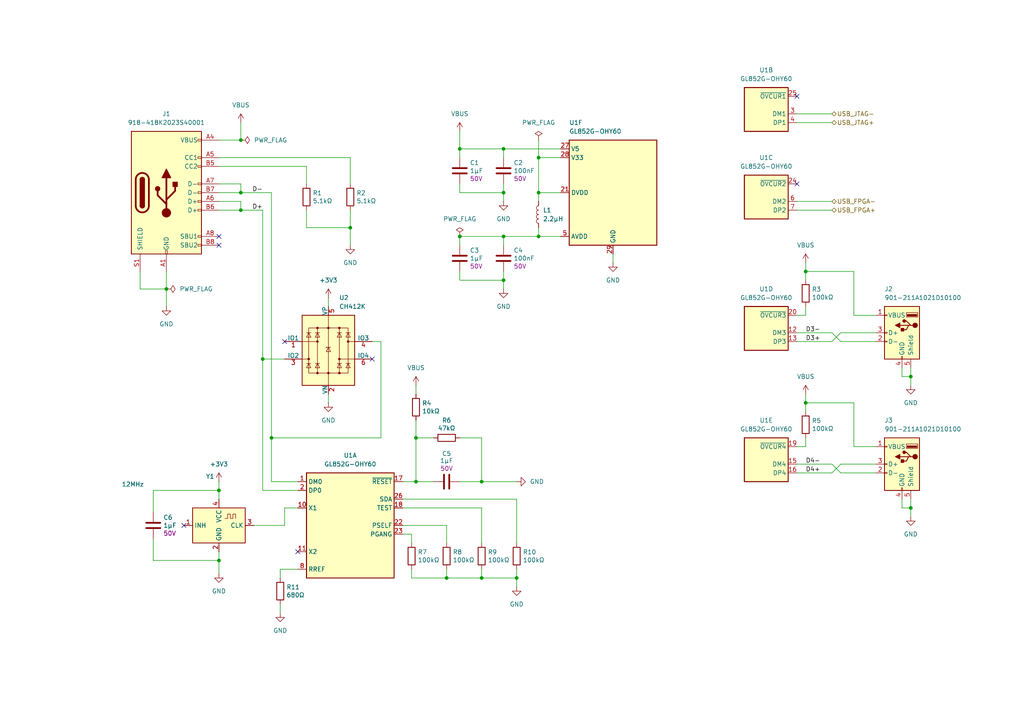
<source format=kicad_sch>
(kicad_sch (version 20250114) (generator "eeschema") (generator_version "9.0")
  (paper "A4")
  (lib_symbols
    (symbol "Connector:USB_A" (pin_names (offset 1.016))
      (property "Reference" "J" (at -5.08 11.43 0))
      (property "Value" "USB_A" (at -5.08 8.89 0))
      (symbol "USB_A_0_1"
        (rectangle (start -5.08 -7.62) (end 5.08 7.62) (stroke (width 0.254)) (fill (type background)))
        (circle (center -3.81 2.159) (radius 0.635) (stroke (width 0.254)) (fill (type outline)))
        (polyline (pts (xy -3.175 2.159) (xy -2.54 2.159) (xy -1.27 3.429) (xy -0.635 3.429)) (stroke (width 0.254)))
        (polyline (pts (xy -2.54 2.159) (xy -1.905 2.159) (xy -1.27 0.889) (xy 0 0.889)) (stroke (width 0.254)))
        (rectangle (start -1.524 4.826) (end -4.318 5.334) (fill (type outline)))
        (rectangle (start -1.27 4.572) (end -4.572 5.842))
        (circle (center -0.635 3.429) (radius 0.381) (stroke (width 0.254)) (fill (type outline)))
        (rectangle (start -0.127 -7.62) (end 0.127 -6.858))
        (rectangle (start 0.254 1.27) (end -0.508 0.508) (stroke (width 0.254)) (fill (type outline)))
        (polyline (pts (xy 0.635 2.794) (xy 0.635 1.524) (xy 1.905 2.159) (xy 0.635 2.794)) (stroke (width 0.254)) (fill (type outline)))
        (rectangle (start 5.08 4.953) (end 4.318 5.207))
        (rectangle (start 5.08 -0.127) (end 4.318 0.127))
        (rectangle (start 5.08 -2.667) (end 4.318 -2.413))
      )
      (symbol "USB_A_1_1"
        (polyline (pts (xy -1.905 2.159) (xy 0.635 2.159)) (stroke (width 0.254)))
        (pin passive line (at -2.54 -10.16 90) (length 2.54) (name "Shield") (number "5"))
        (pin power_in line (at 0 -10.16 90) (length 2.54) (name "GND") (number "4"))
        (pin power_in line (at 7.62 5.08 180) (length 2.54) (name "VBUS") (number "1"))
        (pin bidirectional line (at 7.62 0 180) (length 2.54) (name "D+") (number "3"))
        (pin bidirectional line (at 7.62 -2.54 180) (length 2.54) (name "D-") (number "2"))
      )
    )
    (symbol "Connector:USB_C_Receptacle_USB2.0_16P" (pin_names (offset 1.016))
      (property "Reference" "J" (at 0 22.225 0))
      (property "Value" "USB_C_Receptacle_USB2.0_16P" (at 0 19.685 0))
      (symbol "USB_C_Receptacle_USB2.0_16P_0_0"
        (rectangle (start -0.254 -17.78) (end 0.254 -16.764))
        (rectangle (start 10.16 15.494) (end 9.144 14.986))
        (rectangle (start 10.16 10.414) (end 9.144 9.906))
        (rectangle (start 10.16 7.874) (end 9.144 7.366))
        (rectangle (start 10.16 2.794) (end 9.144 2.286))
        (rectangle (start 10.16 0.254) (end 9.144 -0.254))
        (rectangle (start 10.16 -2.286) (end 9.144 -2.794))
        (rectangle (start 10.16 -4.826) (end 9.144 -5.334))
        (rectangle (start 10.16 -12.446) (end 9.144 -12.954))
        (rectangle (start 10.16 -14.986) (end 9.144 -15.494))
      )
      (symbol "USB_C_Receptacle_USB2.0_16P_0_1"
        (rectangle (start -10.16 17.78) (end 10.16 -17.78) (stroke (width 0.254)) (fill (type background)))
        (polyline (pts (xy -8.89 -3.81) (xy -8.89 3.81)) (stroke (width 0.508)))
        (rectangle (start -7.62 -3.81) (end -6.35 3.81) (stroke (width 0.254)) (fill (type outline)))
        (arc (start -7.62 3.81) (mid -6.985 4.4423) (end -6.35 3.81) (stroke (width 0.254)))
        (arc (start -7.62 3.81) (mid -6.985 4.4423) (end -6.35 3.81) (stroke (width 0.254)) (fill (type outline)))
        (arc (start -8.89 3.81) (mid -6.985 5.7067) (end -5.08 3.81) (stroke (width 0.508)))
        (arc (start -5.08 -3.81) (mid -6.985 -5.7067) (end -8.89 -3.81) (stroke (width 0.508)))
        (arc (start -6.35 -3.81) (mid -6.985 -4.4423) (end -7.62 -3.81) (stroke (width 0.254)))
        (arc (start -6.35 -3.81) (mid -6.985 -4.4423) (end -7.62 -3.81) (stroke (width 0.254)) (fill (type outline)))
        (polyline (pts (xy -5.08 3.81) (xy -5.08 -3.81)) (stroke (width 0.508)))
        (circle (center -2.54 1.143) (radius 0.635) (stroke (width 0.254)) (fill (type outline)))
        (polyline (pts (xy -1.27 4.318) (xy 0 6.858) (xy 1.27 4.318) (xy -1.27 4.318)) (stroke (width 0.254)) (fill (type outline)))
        (polyline (pts (xy 0 -2.032) (xy 2.54 0.508) (xy 2.54 1.778)) (stroke (width 0.508)))
        (polyline (pts (xy 0 -3.302) (xy -2.54 -0.762) (xy -2.54 0.508)) (stroke (width 0.508)))
        (polyline (pts (xy 0 -5.842) (xy 0 4.318)) (stroke (width 0.508)))
        (circle (center 0 -5.842) (radius 1.27) (fill (type outline)))
        (rectangle (start 1.905 1.778) (end 3.175 3.048) (stroke (width 0.254)) (fill (type outline)))
      )
      (symbol "USB_C_Receptacle_USB2.0_16P_1_1"
        (pin passive line (at -7.62 -22.86 90) (length 5.08) (name "SHIELD") (number "S1"))
        (pin passive line (at 0 -22.86 90) (length 5.08) (name "GND") (number "A1"))
        (pin passive line (at 0 -22.86 90) (length 5.08) (hide yes) (name "GND") (number "A12"))
        (pin passive line (at 0 -22.86 90) (length 5.08) (hide yes) (name "GND") (number "B1"))
        (pin passive line (at 0 -22.86 90) (length 5.08) (hide yes) (name "GND") (number "B12"))
        (pin passive line (at 15.24 15.24 180) (length 5.08) (name "VBUS") (number "A4"))
        (pin passive line (at 15.24 15.24 180) (length 5.08) (hide yes) (name "VBUS") (number "A9"))
        (pin passive line (at 15.24 15.24 180) (length 5.08) (hide yes) (name "VBUS") (number "B4"))
        (pin passive line (at 15.24 15.24 180) (length 5.08) (hide yes) (name "VBUS") (number "B9"))
        (pin bidirectional line (at 15.24 10.16 180) (length 5.08) (name "CC1") (number "A5"))
        (pin bidirectional line (at 15.24 7.62 180) (length 5.08) (name "CC2") (number "B5"))
        (pin bidirectional line (at 15.24 2.54 180) (length 5.08) (name "D-") (number "A7"))
        (pin bidirectional line (at 15.24 0 180) (length 5.08) (name "D-") (number "B7"))
        (pin bidirectional line (at 15.24 -2.54 180) (length 5.08) (name "D+") (number "A6"))
        (pin bidirectional line (at 15.24 -5.08 180) (length 5.08) (name "D+") (number "B6"))
        (pin bidirectional line (at 15.24 -12.7 180) (length 5.08) (name "SBU1") (number "A8"))
        (pin bidirectional line (at 15.24 -15.24 180) (length 5.08) (name "SBU2") (number "B8"))
      )
    )
    (symbol "Device:C" (pin_numbers (hide yes)) (pin_names (offset 0.254))
      (property "Reference" "C" (at 0.635 2.54 0))
      (property "Value" "C" (at 0.635 -2.54 0))
      (symbol "C_0_1"
        (polyline (pts (xy -2.032 0.762) (xy 2.032 0.762)) (stroke (width 0.508)))
        (polyline (pts (xy -2.032 -0.762) (xy 2.032 -0.762)) (stroke (width 0.508)))
      )
      (symbol "C_1_1"
        (pin passive line (at 0 3.81 270) (length 2.794) (name "~") (number "1"))
        (pin passive line (at 0 -3.81 90) (length 2.794) (name "~") (number "2"))
      )
    )
    (symbol "Device:L" (pin_numbers (hide yes)) (pin_names (offset 1.016) (hide yes))
      (property "Reference" "L" (at -1.27 0 90))
      (property "Value" "L" (at 1.905 0 90))
      (symbol "L_0_1"
        (arc (start 0 2.54) (mid 0.6323 1.905) (end 0 1.27))
        (arc (start 0 1.27) (mid 0.6323 0.635) (end 0 0))
        (arc (start 0 0) (mid 0.6323 -0.635) (end 0 -1.27))
        (arc (start 0 -1.27) (mid 0.6323 -1.905) (end 0 -2.54))
      )
      (symbol "L_1_1"
        (pin passive line (at 0 3.81 270) (length 1.27) (name "1") (number "1"))
        (pin passive line (at 0 -3.81 90) (length 1.27) (name "2") (number "2"))
      )
    )
    (symbol "Device:R" (pin_numbers (hide yes)) (pin_names (offset 0))
      (property "Reference" "R" (at 2.032 0 90))
      (property "Value" "R" (at 0 0 90))
      (symbol "R_0_1"
        (rectangle (start -1.016 -2.54) (end 1.016 2.54) (stroke (width 0.254)))
      )
      (symbol "R_1_1"
        (pin passive line (at 0 3.81 270) (length 1.27) (name "~") (number "1"))
        (pin passive line (at 0 -3.81 90) (length 1.27) (name "~") (number "2"))
      )
    )
    (symbol "Oscillator:KC2520Z"
      (property "Reference" "Y" (at 2.54 12.7 0))
      (property "Value" "KC2520Z" (at 6.35 10.16 0))
      (symbol "KC2520Z_0_1"
        (rectangle (start -7.62 5.08) (end 7.62 -5.08) (stroke (width 0.254)) (fill (type background)))
      )
      (symbol "KC2520Z_1_1"
        (polyline (pts (xy 1.778 2.032) (xy 2.54 2.032) (xy 2.54 3.302) (xy 3.302 3.302) (xy 3.302 2.032) (xy 4.064 2.032) (xy 4.064 3.302) (xy 4.826 3.302) (xy 4.826 2.032)))
        (pin input line (at -10.16 0 0) (length 2.54) (name "INH") (number "1"))
        (pin power_in line (at 0 7.62 270) (length 2.54) (name "VCC") (number "4"))
        (pin power_in line (at 0 -7.62 90) (length 2.54) (name "GND") (number "2"))
        (pin output line (at 10.16 0 180) (length 2.54) (name "CLK") (number "3"))
      )
    )
    (symbol "clavier:CH412K" (pin_names (offset 0))
      (property "Reference" "U" (at -5.08 11.43 0))
      (property "Value" "CH412K" (at 2.54 11.43 0))
      (symbol "CH412K_0_0"
        (rectangle (start -5.715 6.477) (end 5.715 -6.604))
        (polyline (pts (xy -3.175 -6.604) (xy -3.175 6.477)))
        (polyline (pts (xy 3.175 6.477) (xy 3.175 -6.604)))
      )
      (symbol "CH412K_0_1"
        (polyline (pts (xy -7.747 2.54) (xy -3.175 2.54)))
        (rectangle (start -7.62 10.16) (end 7.62 -10.16) (stroke (width 0.254)) (fill (type background)))
        (polyline (pts (xy -7.62 -2.54) (xy -5.715 -2.54)))
        (circle (center -5.715 -2.54) (radius 0.2794) (fill (type outline)))
        (polyline (pts (xy -5.08 5.08) (xy -6.35 5.08)))
        (polyline (pts (xy -5.08 3.81) (xy -6.35 3.81) (xy -5.715 5.08) (xy -5.08 3.81)))
        (polyline (pts (xy -5.08 -3.81) (xy -6.35 -3.81)))
        (polyline (pts (xy -5.08 -5.08) (xy -6.35 -5.08) (xy -5.715 -3.81) (xy -5.08 -5.08)))
        (circle (center -3.175 6.477) (radius 0.2794) (fill (type outline)))
        (circle (center -3.175 2.54) (radius 0.2794) (fill (type outline)))
        (circle (center -3.175 -6.604) (radius 0.2794) (fill (type outline)))
        (polyline (pts (xy -2.54 5.08) (xy -3.81 5.08)))
        (polyline (pts (xy -2.54 3.81) (xy -3.81 3.81) (xy -3.175 5.08) (xy -2.54 3.81)))
        (polyline (pts (xy -2.54 -3.81) (xy -3.81 -3.81)))
        (polyline (pts (xy -2.54 -5.08) (xy -3.81 -5.08) (xy -3.175 -3.81) (xy -2.54 -5.08)))
        (polyline (pts (xy 0 10.16) (xy 0 -10.16)))
        (circle (center 0 6.477) (radius 0.2794) (fill (type outline)))
        (circle (center 0 -6.604) (radius 0.2794) (fill (type outline)))
        (polyline (pts (xy 0.635 0.889) (xy -0.635 0.889) (xy -0.635 0.635)))
        (polyline (pts (xy 0.635 -0.381) (xy -0.635 -0.381) (xy 0 0.889) (xy 0.635 -0.381)))
        (circle (center 3.175 6.477) (radius 0.2794) (fill (type outline)))
        (circle (center 3.175 -2.54) (radius 0.2794) (fill (type outline)))
        (circle (center 3.175 -6.604) (radius 0.2794) (fill (type outline)))
        (polyline (pts (xy 3.81 5.08) (xy 2.54 5.08)))
        (polyline (pts (xy 3.81 3.81) (xy 2.54 3.81) (xy 3.175 5.08) (xy 3.81 3.81)))
        (polyline (pts (xy 3.81 -3.81) (xy 2.54 -3.81)))
        (polyline (pts (xy 3.81 -5.08) (xy 2.54 -5.08) (xy 3.175 -3.81) (xy 3.81 -5.08)))
        (circle (center 5.715 2.54) (radius 0.2794) (fill (type outline)))
        (polyline (pts (xy 6.35 5.08) (xy 5.08 5.08)))
        (polyline (pts (xy 6.35 3.81) (xy 5.08 3.81) (xy 5.715 5.08) (xy 6.35 3.81)))
        (polyline (pts (xy 6.35 -3.81) (xy 5.08 -3.81)))
        (polyline (pts (xy 6.35 -5.08) (xy 5.08 -5.08) (xy 5.715 -3.81) (xy 6.35 -5.08)))
        (polyline (pts (xy 7.62 2.54) (xy 5.715 2.54)))
        (polyline (pts (xy 7.62 -2.54) (xy 3.175 -2.54)))
      )
      (symbol "CH412K_1_1"
        (pin passive line (at -12.7 2.54 0) (length 5.08) (name "IO1") (number "1"))
        (pin passive line (at -12.7 -2.54 0) (length 5.08) (name "IO2") (number "3"))
        (pin passive line (at 0 12.7 270) (length 2.54) (name "VP") (number "5"))
        (pin passive line (at 0 -12.7 90) (length 2.54) (name "VN") (number "2"))
        (pin passive line (at 12.7 2.54 180) (length 5.08) (name "IO3") (number "4"))
        (pin passive line (at 12.7 -2.54 180) (length 5.08) (name "IO4") (number "6"))
      )
    )
    (symbol "clavier:GL852G-OHY60"
      (property "Reference" "U" (at -6.35 7.62 0))
      (property "Value" "GL852G-OHY60" (at 0 11.43 0))
      (symbol "GL852G-OHY60_1_0"
        (pin bidirectional line (at -15.24 13.97 0) (length 2.54) (name "DM0") (number "1"))
        (pin bidirectional line (at -15.24 11.43 0) (length 2.54) (name "DP0") (number "2"))
        (pin input line (at -15.24 6.35 0) (length 2.54) (name "X1") (number "10"))
        (pin output line (at -15.24 -6.35 0) (length 2.54) (name "X2") (number "11"))
        (pin bidirectional line (at -15.24 -11.43 0) (length 2.54) (name "RREF") (number "8"))
        (pin input line (at 15.24 13.97 180) (length 2.54) (name "~{RESET}") (number "17"))
        (pin bidirectional line (at 15.24 8.89 180) (length 2.54) (name "SDA") (number "26"))
        (pin input line (at 15.24 6.35 180) (length 2.54) (name "TEST") (number "18"))
        (pin input line (at 15.24 1.27 180) (length 2.54) (name "PSELF") (number "22"))
        (pin bidirectional line (at 15.24 -1.27 180) (length 2.54) (name "PGANG") (number "23"))
      )
      (symbol "GL852G-OHY60_1_1"
        (rectangle (start -12.7 16.51) (end 12.7 -13.97) (stroke (width 0.3048)) (fill (type background)))
      )
      (symbol "GL852G-OHY60_2_0"
        (pin input line (at 8.89 3.81 180) (length 2.54) (name "~{OVCUR1}") (number "25"))
        (pin bidirectional line (at 8.89 -1.27 180) (length 2.54) (name "DM1") (number "3"))
        (pin bidirectional line (at 8.89 -3.81 180) (length 2.54) (name "DP1") (number "4"))
      )
      (symbol "GL852G-OHY60_2_1"
        (rectangle (start -6.35 6.35) (end 6.35 -6.35) (stroke (width 0.3048)) (fill (type background)))
      )
      (symbol "GL852G-OHY60_3_0"
        (pin input line (at 8.89 3.81 180) (length 2.54) (name "~{OVCUR2}") (number "24"))
        (pin bidirectional line (at 8.89 -1.27 180) (length 2.54) (name "DM2") (number "6"))
        (pin bidirectional line (at 8.89 -3.81 180) (length 2.54) (name "DP2") (number "7"))
      )
      (symbol "GL852G-OHY60_3_1"
        (rectangle (start -6.35 6.35) (end 6.35 -6.35) (stroke (width 0.3048)) (fill (type background)))
      )
      (symbol "GL852G-OHY60_4_0"
        (pin input line (at 8.89 3.81 180) (length 2.54) (name "~{OVCUR3}") (number "20"))
        (pin bidirectional line (at 8.89 -1.27 180) (length 2.54) (name "DM3") (number "12"))
        (pin bidirectional line (at 8.89 -3.81 180) (length 2.54) (name "DP3") (number "13"))
      )
      (symbol "GL852G-OHY60_4_1"
        (rectangle (start -6.35 6.35) (end 6.35 -6.35) (stroke (width 0.3048)) (fill (type background)))
      )
      (symbol "GL852G-OHY60_5_0"
        (pin input line (at 8.89 3.81 180) (length 2.54) (name "~{OVCUR4}") (number "19"))
        (pin bidirectional line (at 8.89 -1.27 180) (length 2.54) (name "DM4") (number "15"))
        (pin bidirectional line (at 8.89 -3.81 180) (length 2.54) (name "DP4") (number "16"))
      )
      (symbol "GL852G-OHY60_5_1"
        (rectangle (start -6.35 6.35) (end 6.35 -6.35) (stroke (width 0.3048)) (fill (type background)))
      )
      (symbol "GL852G-OHY60_6_0"
        (pin power_in line (at -15.24 12.7 0) (length 2.54) (name "V5") (number "27"))
        (pin power_in line (at -15.24 10.16 0) (length 2.54) (name "V33") (number "28"))
        (pin power_in line (at -15.24 0 0) (length 2.54) (name "DVDD") (number "21"))
        (pin power_in line (at -15.24 -12.7 0) (length 2.54) (hide yes) (name "AVDD") (number "14"))
        (pin power_in line (at -15.24 -12.7 0) (length 2.54) (name "AVDD") (number "5"))
        (pin power_in line (at -15.24 -12.7 0) (length 2.54) (hide yes) (name "AVDD") (number "9"))
        (pin power_in line (at 0 -17.78 90) (length 2.54) (name "GND") (number "29"))
      )
      (symbol "GL852G-OHY60_6_1"
        (rectangle (start -12.7 15.24) (end 12.7 -15.24) (stroke (width 0.3048)) (fill (type background)))
      )
    )
    (symbol "power:+3V3" (power) (pin_numbers (hide yes)) (pin_names (offset 0) (hide yes))
      (property "Value" "+3V3" (at 0 3.556 0))
      (symbol "+3V3_0_1"
        (polyline (pts (xy -0.762 1.27) (xy 0 2.54)))
        (polyline (pts (xy 0 2.54) (xy 0.762 1.27)))
        (polyline (pts (xy 0 0) (xy 0 2.54)))
      )
      (symbol "+3V3_1_1"
        (pin power_in line (at 0 0 90) (length 0) (name "~") (number "1"))
      )
    )
    (symbol "power:GND" (power) (pin_numbers (hide yes)) (pin_names (offset 0) (hide yes))
      (property "Value" "GND" (at 0 -3.81 0))
      (symbol "GND_0_1"
        (polyline (pts (xy 0 0) (xy 0 -1.27) (xy 1.27 -1.27) (xy 0 -2.54) (xy -1.27 -1.27) (xy 0 -1.27)))
      )
      (symbol "GND_1_1"
        (pin power_in line (at 0 0 270) (length 0) (name "~") (number "1"))
      )
    )
    (symbol "power:PWR_FLAG" (power) (pin_numbers (hide yes)) (pin_names (offset 0) (hide yes))
      (property "Value" "PWR_FLAG" (at 0 3.81 0))
      (symbol "PWR_FLAG_0_0"
        (pin power_out line (at 0 0 90) (length 0) (name "~") (number "1"))
      )
      (symbol "PWR_FLAG_0_1"
        (polyline (pts (xy 0 0) (xy 0 1.27) (xy -1.016 1.905) (xy 0 2.54) (xy 1.016 1.905) (xy 0 1.27)))
      )
    )
    (symbol "power:VBUS" (power) (pin_numbers (hide yes)) (pin_names (offset 0) (hide yes))
      (property "Value" "VBUS" (at 0 3.556 0))
      (symbol "VBUS_0_1"
        (polyline (pts (xy -0.762 1.27) (xy 0 2.54)))
        (polyline (pts (xy 0 2.54) (xy 0.762 1.27)))
        (polyline (pts (xy 0 0) (xy 0 2.54)))
      )
      (symbol "VBUS_1_1"
        (pin power_in line (at 0 0 90) (length 0) (name "~") (number "1"))
      )
    )
  )
  (junction (at 78.74 127))
  (junction (at 63.5 142.24))
  (junction (at 139.7 139.7))
  (junction (at 69.85 40.64))
  (junction (at 156.21 55.88))
  (junction (at 129.54 167.64))
  (junction (at 133.35 43.18))
  (junction (at 156.21 45.72))
  (junction (at 120.65 127))
  (junction (at 101.6 66.04))
  (junction (at 69.85 60.96))
  (junction (at 264.16 147.32))
  (junction (at 146.05 43.18))
  (junction (at 139.7 167.64))
  (junction (at 63.5 162.56))
  (junction (at 264.16 109.22))
  (junction (at 146.05 55.88))
  (junction (at 133.35 68.58))
  (junction (at 120.65 139.7))
  (junction (at 233.68 78.74))
  (junction (at 233.68 116.84))
  (junction (at 146.05 81.28))
  (junction (at 156.21 68.58))
  (junction (at 69.85 55.88))
  (junction (at 146.05 68.58))
  (junction (at 149.86 167.64))
  (junction (at 48.26 83.82))
  (junction (at 76.2 104.14))
  (no_connect (at 107.95 104.14))
  (no_connect (at 53.34 152.4))
  (no_connect (at 86.36 160.02))
  (no_connect (at 63.5 68.58))
  (no_connect (at 82.55 99.06))
  (no_connect (at 63.5 71.12))
  (no_connect (at 231.14 53.34))
  (no_connect (at 231.14 27.94))
  (wire (pts (xy 86.36 165.1) (xy 81.28 165.1)))
  (wire (pts (xy 241.3 137.16) (xy 243.84 134.62)))
  (wire (pts (xy 241.3 134.62) (xy 243.84 137.16)))
  (wire (pts (xy 146.05 55.88) (xy 146.05 58.42)))
  (wire (pts (xy 69.85 60.96) (xy 76.2 60.96)))
  (wire (pts (xy 264.16 147.32) (xy 264.16 149.86)))
  (wire (pts (xy 231.14 96.52) (xy 241.3 96.52)))
  (wire (pts (xy 264.16 109.22) (xy 264.16 111.76)))
  (wire (pts (xy 107.95 99.06) (xy 110.49 99.06)))
  (wire (pts (xy 231.14 134.62) (xy 241.3 134.62)))
  (wire (pts (xy 101.6 66.04) (xy 101.6 71.12)))
  (wire (pts (xy 233.68 78.74) (xy 233.68 81.28)))
  (wire (pts (xy 81.28 177.8) (xy 81.28 175.26)))
  (wire (pts (xy 63.5 166.37) (xy 63.5 162.56)))
  (wire (pts (xy 63.5 45.72) (xy 101.6 45.72)))
  (wire (pts (xy 247.65 116.84) (xy 247.65 129.54)))
  (wire (pts (xy 247.65 78.74) (xy 247.65 91.44)))
  (wire (pts (xy 44.45 142.24) (xy 63.5 142.24)))
  (wire (pts (xy 129.54 165.1) (xy 129.54 167.64)))
  (wire (pts (xy 69.85 55.88) (xy 78.74 55.88)))
  (wire (pts (xy 63.5 53.34) (xy 69.85 53.34)))
  (wire (pts (xy 261.62 147.32) (xy 264.16 147.32)))
  (wire (pts (xy 177.8 76.2) (xy 177.8 73.66)))
  (wire (pts (xy 146.05 43.18) (xy 162.56 43.18)))
  (wire (pts (xy 120.65 139.7) (xy 125.73 139.7)))
  (wire (pts (xy 231.14 99.06) (xy 241.3 99.06)))
  (wire (pts (xy 120.65 121.92) (xy 120.65 127)))
  (wire (pts (xy 82.55 152.4) (xy 82.55 147.32)))
  (wire (pts (xy 243.84 137.16) (xy 254 137.16)))
  (wire (pts (xy 146.05 81.28) (xy 146.05 78.74)))
  (wire (pts (xy 129.54 157.48) (xy 129.54 152.4)))
  (wire (pts (xy 139.7 127) (xy 139.7 139.7)))
  (wire (pts (xy 247.65 91.44) (xy 254 91.44)))
  (wire (pts (xy 233.68 76.2) (xy 233.68 78.74)))
  (wire (pts (xy 243.84 96.52) (xy 254 96.52)))
  (wire (pts (xy 101.6 66.04) (xy 101.6 60.96)))
  (wire (pts (xy 95.25 86.36) (xy 95.25 88.9)))
  (wire (pts (xy 116.84 144.78) (xy 149.86 144.78)))
  (wire (pts (xy 162.56 45.72) (xy 156.21 45.72)))
  (wire (pts (xy 69.85 40.64) (xy 63.5 40.64)))
  (wire (pts (xy 78.74 139.7) (xy 86.36 139.7)))
  (wire (pts (xy 233.68 116.84) (xy 247.65 116.84)))
  (wire (pts (xy 146.05 68.58) (xy 133.35 68.58)))
  (wire (pts (xy 133.35 127) (xy 139.7 127)))
  (wire (pts (xy 48.26 83.82) (xy 48.26 88.9)))
  (wire (pts (xy 133.35 43.18) (xy 146.05 43.18)))
  (wire (pts (xy 69.85 35.56) (xy 69.85 40.64)))
  (wire (pts (xy 120.65 127) (xy 125.73 127)))
  (wire (pts (xy 264.16 144.78) (xy 264.16 147.32)))
  (wire (pts (xy 231.14 33.02) (xy 241.3 33.02)))
  (wire (pts (xy 78.74 55.88) (xy 78.74 127)))
  (wire (pts (xy 133.35 43.18) (xy 133.35 45.72)))
  (wire (pts (xy 88.9 60.96) (xy 88.9 66.04)))
  (wire (pts (xy 241.3 96.52) (xy 243.84 99.06)))
  (wire (pts (xy 116.84 147.32) (xy 139.7 147.32)))
  (wire (pts (xy 231.14 60.96) (xy 241.3 60.96)))
  (wire (pts (xy 110.49 99.06) (xy 110.49 127)))
  (wire (pts (xy 48.26 78.74) (xy 48.26 83.82)))
  (wire (pts (xy 146.05 55.88) (xy 146.05 53.34)))
  (wire (pts (xy 63.5 139.7) (xy 63.5 142.24)))
  (wire (pts (xy 63.5 48.26) (xy 88.9 48.26)))
  (wire (pts (xy 119.38 167.64) (xy 129.54 167.64)))
  (wire (pts (xy 133.35 53.34) (xy 133.35 55.88)))
  (wire (pts (xy 146.05 43.18) (xy 146.05 45.72)))
  (wire (pts (xy 233.68 91.44) (xy 233.68 88.9)))
  (wire (pts (xy 233.68 78.74) (xy 247.65 78.74)))
  (wire (pts (xy 233.68 116.84) (xy 233.68 119.38)))
  (wire (pts (xy 119.38 154.94) (xy 116.84 154.94)))
  (wire (pts (xy 231.14 35.56) (xy 241.3 35.56)))
  (wire (pts (xy 133.35 139.7) (xy 139.7 139.7)))
  (wire (pts (xy 133.35 55.88) (xy 146.05 55.88)))
  (wire (pts (xy 69.85 55.88) (xy 63.5 55.88)))
  (wire (pts (xy 241.3 99.06) (xy 243.84 96.52)))
  (wire (pts (xy 233.68 114.3) (xy 233.68 116.84)))
  (wire (pts (xy 63.5 60.96) (xy 69.85 60.96)))
  (wire (pts (xy 231.14 137.16) (xy 241.3 137.16)))
  (wire (pts (xy 69.85 53.34) (xy 69.85 55.88)))
  (wire (pts (xy 76.2 104.14) (xy 76.2 142.24)))
  (wire (pts (xy 119.38 157.48) (xy 119.38 154.94)))
  (wire (pts (xy 78.74 127) (xy 78.74 139.7)))
  (wire (pts (xy 129.54 152.4) (xy 116.84 152.4)))
  (wire (pts (xy 73.66 152.4) (xy 82.55 152.4)))
  (wire (pts (xy 82.55 147.32) (xy 86.36 147.32)))
  (wire (pts (xy 231.14 58.42) (xy 241.3 58.42)))
  (wire (pts (xy 139.7 139.7) (xy 149.86 139.7)))
  (wire (pts (xy 261.62 106.68) (xy 261.62 109.22)))
  (wire (pts (xy 139.7 167.64) (xy 139.7 165.1)))
  (wire (pts (xy 44.45 162.56) (xy 63.5 162.56)))
  (wire (pts (xy 120.65 111.76) (xy 120.65 114.3)))
  (wire (pts (xy 261.62 109.22) (xy 264.16 109.22)))
  (wire (pts (xy 261.62 144.78) (xy 261.62 147.32)))
  (wire (pts (xy 243.84 134.62) (xy 254 134.62)))
  (wire (pts (xy 156.21 40.64) (xy 156.21 45.72)))
  (wire (pts (xy 156.21 55.88) (xy 162.56 55.88)))
  (wire (pts (xy 156.21 55.88) (xy 156.21 58.42)))
  (wire (pts (xy 247.65 129.54) (xy 254 129.54)))
  (wire (pts (xy 63.5 142.24) (xy 63.5 144.78)))
  (wire (pts (xy 149.86 167.64) (xy 139.7 167.64)))
  (wire (pts (xy 63.5 58.42) (xy 69.85 58.42)))
  (wire (pts (xy 81.28 165.1) (xy 81.28 167.64)))
  (wire (pts (xy 243.84 99.06) (xy 254 99.06)))
  (wire (pts (xy 88.9 66.04) (xy 101.6 66.04)))
  (wire (pts (xy 139.7 167.64) (xy 129.54 167.64)))
  (wire (pts (xy 44.45 156.21) (xy 44.45 162.56)))
  (wire (pts (xy 63.5 162.56) (xy 63.5 160.02)))
  (wire (pts (xy 146.05 81.28) (xy 146.05 83.82)))
  (wire (pts (xy 233.68 129.54) (xy 233.68 127)))
  (wire (pts (xy 133.35 78.74) (xy 133.35 81.28)))
  (wire (pts (xy 101.6 45.72) (xy 101.6 53.34)))
  (wire (pts (xy 44.45 148.59) (xy 44.45 142.24)))
  (wire (pts (xy 76.2 60.96) (xy 76.2 104.14)))
  (wire (pts (xy 133.35 38.1) (xy 133.35 43.18)))
  (wire (pts (xy 76.2 104.14) (xy 82.55 104.14)))
  (wire (pts (xy 149.86 165.1) (xy 149.86 167.64)))
  (wire (pts (xy 156.21 68.58) (xy 146.05 68.58)))
  (wire (pts (xy 146.05 68.58) (xy 146.05 71.12)))
  (wire (pts (xy 139.7 147.32) (xy 139.7 157.48)))
  (wire (pts (xy 156.21 68.58) (xy 156.21 66.04)))
  (wire (pts (xy 133.35 81.28) (xy 146.05 81.28)))
  (wire (pts (xy 156.21 45.72) (xy 156.21 55.88)))
  (wire (pts (xy 40.64 78.74) (xy 40.64 83.82)))
  (wire (pts (xy 149.86 144.78) (xy 149.86 157.48)))
  (wire (pts (xy 69.85 58.42) (xy 69.85 60.96)))
  (wire (pts (xy 88.9 48.26) (xy 88.9 53.34)))
  (wire (pts (xy 231.14 91.44) (xy 233.68 91.44)))
  (wire (pts (xy 95.25 116.84) (xy 95.25 114.3)))
  (wire (pts (xy 119.38 165.1) (xy 119.38 167.64)))
  (wire (pts (xy 231.14 129.54) (xy 233.68 129.54)))
  (wire (pts (xy 133.35 68.58) (xy 133.35 71.12)))
  (wire (pts (xy 149.86 167.64) (xy 149.86 170.18)))
  (wire (pts (xy 264.16 106.68) (xy 264.16 109.22)))
  (wire (pts (xy 40.64 83.82) (xy 48.26 83.82)))
  (wire (pts (xy 76.2 142.24) (xy 86.36 142.24)))
  (wire (pts (xy 110.49 127) (xy 78.74 127)))
  (wire (pts (xy 116.84 139.7) (xy 120.65 139.7)))
  (wire (pts (xy 120.65 127) (xy 120.65 139.7)))
  (wire (pts (xy 162.56 68.58) (xy 156.21 68.58)))
  (label "D-" (at 76.2 55.88 180))
  (label "D4-" (at 233.68 134.62 0))
  (label "D3-" (at 233.68 96.52 0))
  (label "D3+" (at 233.68 99.06 0))
  (label "D4+" (at 233.68 137.16 0))
  (label "D+" (at 76.2 60.96 180))
  (hierarchical_label "USB_JTAG-" (shape bidirectional) (at 241.3 33.02 0))
  (hierarchical_label "USB_FPGA+" (shape bidirectional) (at 241.3 60.96 0))
  (hierarchical_label "USB_FPGA-" (shape bidirectional) (at 241.3 58.42 0))
  (hierarchical_label "USB_JTAG+" (shape bidirectional) (at 241.3 35.56 0))
  (symbol (lib_id "power:GND") (at 146.05 83.82 0) (unit 1)
    (property "Reference" "#PWR07" (effects (hide yes)))
    (property "Value" "GND" (at 146.05 88.9 0))
    (property "Description" "Power symbol creates a global label with name \"GND\" , ground" (effects (hide yes)))
  )
  (symbol (lib_id "clavier:GL852G-OHY60") (at 222.25 57.15 0) (unit 3)
    (property "Reference" "U1" (at 222.25 45.72 0))
    (property "Value" "GL852G-OHY60" (at 222.25 48.26 0))
    (property "Footprint" "Package_DFN_QFN:QFN-28-1EP_5x5mm_P0.5mm_EP3.75x3.75mm" (effects (hide yes)))
    (property "Datasheet" "https://www.lcsc.com/datasheet/lcsc_datasheet_2411221351_Genesys-Logic-GL852G-OHY60_C7501404.pdf" (effects (hide yes)))
    (property "Description" "4-port USB hub" (effects (hide yes)))
    (property "LCSC" "C7501404" (effects (hide yes)))
    (property "Part_number" "GL852G-OHY60" (effects (hide yes)))
  )
  (symbol (lib_id "Device:R") (at 139.7 161.29 0) (unit 1)
    (property "Reference" "R9" (at 141.478 160.1216 0) (effects (justify left)))
    (property "Value" "100kΩ" (at 141.478 162.433 0) (effects (justify left)))
    (property "Footprint" "Resistor_SMD:R_0402_1005Metric_Pad0.72x0.64mm_HandSolder" (effects (hide yes)))
    (property "Datasheet" "https://www.lcsc.com/datasheet/lcsc_datasheet_2311211102_YAGEO-RE0402DRE07100KL_C851870.pdf" (effects (hide yes)))
    (property "Part_number" "RE0402DRE07100KL" (effects (hide yes)))
    (property "LCSC" "C851870" (effects (hide yes)))
  )
  (symbol (lib_id "Device:C") (at 146.05 74.93 0) (unit 1)
    (property "Reference" "C4" (at 148.971 72.6186 0) (effects (justify left)))
    (property "Value" "100nF" (at 148.971 74.93 0) (effects (justify left)))
    (property "Footprint" "Capacitor_SMD:C_0402_1005Metric_Pad0.74x0.62mm_HandSolder" (effects (hide yes)))
    (property "Datasheet" "https://www.lcsc.com/datasheet/lcsc_datasheet_2410121858_Murata-Electronics-GRM155R71H104KE14D_C77020.pdf" (effects (hide yes)))
    (property "Voltage" "50V" (at 148.971 77.2414 0) (effects (justify left)))
    (property "Part_number" "GRM155R71H104KE14D" (effects (hide yes)))
    (property "LCSC" "C77020" (effects (hide yes)))
  )
  (symbol (lib_id "Connector:USB_A") (at 261.62 96.52 0) (mirror y) (unit 1)
    (property "Reference" "J2" (at 256.54 83.82 0) (effects (justify right)))
    (property "Value" "901-211A1021D10100" (at 256.54 86.36 0) (effects (justify right)))
    (property "Footprint" "Connector_USB:USB_A_Molex_67643_Horizontal" (effects (hide yes)))
    (property "Datasheet" "https://www.lcsc.com/datasheet/lcsc_datasheet_2411220132_Jing-Extension-of-the-Electronic-Co--901-211A1021D10100_C2346.pdf" (effects (hide yes)))
    (property "Description" "USB Type A connector" (effects (hide yes)))
    (property "LCSC" "C2346" (effects (hide yes)))
    (property "Part_number" "901-211A1021D10100" (effects (hide yes)))
  )
  (symbol (lib_id "clavier:GL852G-OHY60") (at 101.6 153.67 0) (unit 1)
    (property "Reference" "U1" (at 101.6 132.08 0))
    (property "Value" "GL852G-OHY60" (at 101.6 134.62 0))
    (property "Footprint" "Package_DFN_QFN:QFN-28-1EP_5x5mm_P0.5mm_EP3.75x3.75mm" (effects (hide yes)))
    (property "Datasheet" "https://www.lcsc.com/datasheet/lcsc_datasheet_2411221351_Genesys-Logic-GL852G-OHY60_C7501404.pdf" (effects (hide yes)))
    (property "Description" "4-port USB hub" (effects (hide yes)))
    (property "LCSC" "C7501404" (effects (hide yes)))
    (property "Part_number" "GL852G-OHY60" (effects (hide yes)))
  )
  (symbol (lib_id "power:PWR_FLAG") (at 48.26 83.82 270) (unit 1)
    (property "Reference" "#FLG04" (effects (hide yes)))
    (property "Value" "PWR_FLAG" (at 52.07 83.8199 90) (effects (justify left)))
    (property "Description" "Special symbol for telling ERC where power comes from" (effects (hide yes)))
  )
  (symbol (lib_id "Device:R") (at 149.86 161.29 0) (unit 1)
    (property "Reference" "R10" (at 151.638 160.1216 0) (effects (justify left)))
    (property "Value" "100kΩ" (at 151.638 162.433 0) (effects (justify left)))
    (property "Footprint" "Resistor_SMD:R_0402_1005Metric_Pad0.72x0.64mm_HandSolder" (effects (hide yes)))
    (property "Datasheet" "https://www.lcsc.com/datasheet/lcsc_datasheet_2311211102_YAGEO-RE0402DRE07100KL_C851870.pdf" (effects (hide yes)))
    (property "Part_number" "RE0402DRE07100KL" (effects (hide yes)))
    (property "LCSC" "C851870" (effects (hide yes)))
  )
  (symbol (lib_id "clavier:GL852G-OHY60") (at 177.8 55.88 0) (unit 6)
    (property "Reference" "U1" (at 165.1 35.56 0) (effects (justify left)))
    (property "Value" "GL852G-OHY60" (at 165.1 38.1 0) (effects (justify left)))
    (property "Footprint" "Package_DFN_QFN:QFN-28-1EP_5x5mm_P0.5mm_EP3.75x3.75mm" (effects (hide yes)))
    (property "Datasheet" "https://www.lcsc.com/datasheet/lcsc_datasheet_2411221351_Genesys-Logic-GL852G-OHY60_C7501404.pdf" (effects (hide yes)))
    (property "Description" "4-port USB hub" (effects (hide yes)))
    (property "LCSC" "C7501404" (effects (hide yes)))
    (property "Part_number" "GL852G-OHY60" (effects (hide yes)))
  )
  (symbol (lib_id "Device:L") (at 156.21 62.23 180) (unit 1)
    (property "Reference" "L1" (at 157.48 60.9599 0) (effects (justify right)))
    (property "Value" "2.2µH" (at 157.48 63.4999 0) (effects (justify right)))
    (property "Footprint" "Inductor_SMD:L_1210_3225Metric" (effects (hide yes)))
    (property "Datasheet" "https://www.lcsc.com/datasheet/lcsc_datasheet_2409272301_Murata-Electronics-DFE322520FD-2R2M-P2_C2045365.pdf" (effects (hide yes)))
    (property "Description" "Inductor" (effects (hide yes)))
    (property "LCSC" "C2045365" (effects (hide yes)))
    (property "Part_number" "DFE322520FD-2R2M=P2" (effects (hide yes)))
  )
  (symbol (lib_id "power:VBUS") (at 133.35 38.1 0) (unit 1)
    (property "Reference" "#PWR02" (effects (hide yes)))
    (property "Value" "VBUS" (at 133.35 33.02 0))
    (property "Description" "Power symbol creates a global label with name \"VBUS\"" (effects (hide yes)))
  )
  (symbol (lib_id "Connector:USB_C_Receptacle_USB2.0_16P") (at 48.26 55.88 0) (unit 1)
    (property "Reference" "J1" (at 48.26 33.02 0))
    (property "Value" "918-418K2023S40001" (at 48.26 35.56 0))
    (property "Footprint" "Connector_USB:USB_C_Receptacle_GCT_USB4105-xx-A_16P_TopMnt_Horizontal" (effects (hide yes)))
    (property "Datasheet" "https://www.usb.org/sites/default/files/documents/usb_type-c.zip" (effects (hide yes)))
    (property "Description" "USB 2.0-only 16P Type-C Receptacle connector" (effects (hide yes)))
    (property "LCSC" "C167321" (effects (hide yes)))
    (property "Part_number" "918-418K2023S40001" (effects (hide yes)))
  )
  (symbol (lib_id "clavier:GL852G-OHY60") (at 222.25 31.75 0) (unit 2)
    (property "Reference" "U1" (at 222.25 20.32 0))
    (property "Value" "GL852G-OHY60" (at 222.25 22.86 0))
    (property "Footprint" "Package_DFN_QFN:QFN-28-1EP_5x5mm_P0.5mm_EP3.75x3.75mm" (effects (hide yes)))
    (property "Datasheet" "https://www.lcsc.com/datasheet/lcsc_datasheet_2411221351_Genesys-Logic-GL852G-OHY60_C7501404.pdf" (effects (hide yes)))
    (property "Description" "4-port USB hub" (effects (hide yes)))
    (property "LCSC" "C7501404" (effects (hide yes)))
    (property "Part_number" "GL852G-OHY60" (effects (hide yes)))
  )
  (symbol (lib_id "power:VBUS") (at 120.65 111.76 0) (unit 1)
    (property "Reference" "#PWR010" (effects (hide yes)))
    (property "Value" "VBUS" (at 120.65 106.68 0))
    (property "Description" "Power symbol creates a global label with name \"VBUS\"" (effects (hide yes)))
  )
  (symbol (lib_id "Device:C") (at 146.05 49.53 0) (unit 1)
    (property "Reference" "C2" (at 148.971 47.2186 0) (effects (justify left)))
    (property "Value" "100nF" (at 148.971 49.53 0) (effects (justify left)))
    (property "Footprint" "Capacitor_SMD:C_0402_1005Metric_Pad0.74x0.62mm_HandSolder" (effects (hide yes)))
    (property "Datasheet" "https://www.lcsc.com/datasheet/lcsc_datasheet_2410121858_Murata-Electronics-GRM155R71H104KE14D_C77020.pdf" (effects (hide yes)))
    (property "Voltage" "50V" (at 148.971 51.8414 0) (effects (justify left)))
    (property "Part_number" "GRM155R71H104KE14D" (effects (hide yes)))
    (property "LCSC" "C77020" (effects (hide yes)))
  )
  (symbol (lib_id "Device:R") (at 233.68 85.09 0) (unit 1)
    (property "Reference" "R3" (at 235.458 83.9216 0) (effects (justify left)))
    (property "Value" "100kΩ" (at 235.458 86.233 0) (effects (justify left)))
    (property "Footprint" "Resistor_SMD:R_0402_1005Metric_Pad0.72x0.64mm_HandSolder" (effects (hide yes)))
    (property "Datasheet" "https://www.lcsc.com/datasheet/lcsc_datasheet_2311211102_YAGEO-RE0402DRE07100KL_C851870.pdf" (effects (hide yes)))
    (property "Part_number" "RE0402DRE07100KL" (effects (hide yes)))
    (property "LCSC" "C851870" (effects (hide yes)))
  )
  (symbol (lib_id "power:GND") (at 63.5 166.37 0) (unit 1)
    (property "Reference" "#PWR017" (effects (hide yes)))
    (property "Value" "GND" (at 63.5 171.45 0))
    (property "Description" "Power symbol creates a global label with name \"GND\" , ground" (effects (hide yes)))
  )
  (symbol (lib_id "power:+3V3") (at 95.25 86.36 0) (mirror y) (unit 1)
    (property "Reference" "#PWR08" (effects (hide yes)))
    (property "Value" "+3V3" (at 95.25 81.28 0))
    (property "Description" "Power symbol creates a global label with name \"+3V3\"" (effects (hide yes)))
  )
  (symbol (lib_id "Device:C") (at 129.54 139.7 90) (unit 1)
    (property "Reference" "C5" (at 129.54 131.572 90))
    (property "Value" "1µF" (at 129.54 133.604 90))
    (property "Footprint" "Capacitor_SMD:C_0402_1005Metric_Pad0.74x0.62mm_HandSolder" (effects (hide yes)))
    (property "Datasheet" "https://www.lcsc.com/datasheet/lcsc_datasheet_2410010232_Murata-Electronics-GRM155R61H105KE05D_C1518208.pdf" (effects (hide yes)))
    (property "Voltage" "50V" (at 129.54 135.89 90))
    (property "Part_number" "GRM155R61H105KE05D" (effects (hide yes)))
    (property "LCSC" "C1518208" (effects (hide yes)))
  )
  (symbol (lib_id "Connector:USB_A") (at 261.62 134.62 0) (mirror y) (unit 1)
    (property "Reference" "J3" (at 256.54 121.92 0) (effects (justify right)))
    (property "Value" "901-211A1021D10100" (at 256.54 124.46 0) (effects (justify right)))
    (property "Footprint" "Connector_USB:USB_A_Molex_67643_Horizontal" (effects (hide yes)))
    (property "Datasheet" "https://www.lcsc.com/datasheet/lcsc_datasheet_2411220132_Jing-Extension-of-the-Electronic-Co--901-211A1021D10100_C2346.pdf" (effects (hide yes)))
    (property "Description" "USB Type A connector" (effects (hide yes)))
    (property "LCSC" "C2346" (effects (hide yes)))
    (property "Part_number" "901-211A1021D10100" (effects (hide yes)))
  )
  (symbol (lib_id "power:+3V3") (at 63.5 139.7 0) (unit 1)
    (property "Reference" "#PWR014" (effects (hide yes)))
    (property "Value" "+3V3" (at 63.5 134.62 0))
    (property "Description" "Power symbol creates a global label with name \"+3V3\"" (effects (hide yes)))
  )
  (symbol (lib_id "Device:C") (at 133.35 49.53 0) (unit 1)
    (property "Reference" "C1" (at 136.271 47.2186 0) (effects (justify left)))
    (property "Value" "1µF" (at 136.271 49.53 0) (effects (justify left)))
    (property "Footprint" "Capacitor_SMD:C_0402_1005Metric_Pad0.74x0.62mm_HandSolder" (effects (hide yes)))
    (property "Datasheet" "https://www.lcsc.com/datasheet/lcsc_datasheet_2410010232_Murata-Electronics-GRM155R61H105KE05D_C1518208.pdf" (effects (hide yes)))
    (property "Voltage" "50V" (at 136.271 51.8414 0) (effects (justify left)))
    (property "Part_number" "GRM155R61H105KE05D" (effects (hide yes)))
    (property "LCSC" "C1518208" (effects (hide yes)))
  )
  (symbol (lib_id "power:PWR_FLAG") (at 156.21 40.64 0) (unit 1)
    (property "Reference" "#FLG02" (effects (hide yes)))
    (property "Value" "PWR_FLAG" (at 156.21 35.56 0))
    (property "Description" "Special symbol for telling ERC where power comes from" (effects (hide yes)))
  )
  (symbol (lib_id "power:VBUS") (at 69.85 35.56 0) (unit 1)
    (property "Reference" "#PWR01" (effects (hide yes)))
    (property "Value" "VBUS" (at 69.85 30.48 0))
    (property "Description" "Power symbol creates a global label with name \"VBUS\"" (effects (hide yes)))
  )
  (symbol (lib_id "power:GND") (at 81.28 177.8 0) (unit 1)
    (property "Reference" "#PWR019" (effects (hide yes)))
    (property "Value" "GND" (at 81.28 182.88 0))
    (property "Description" "Power symbol creates a global label with name \"GND\" , ground" (effects (hide yes)))
  )
  (symbol (lib_id "Device:R") (at 233.68 123.19 0) (unit 1)
    (property "Reference" "R5" (at 235.458 122.0216 0) (effects (justify left)))
    (property "Value" "100kΩ" (at 235.458 124.333 0) (effects (justify left)))
    (property "Footprint" "Resistor_SMD:R_0402_1005Metric_Pad0.72x0.64mm_HandSolder" (effects (hide yes)))
    (property "Datasheet" "https://www.lcsc.com/datasheet/lcsc_datasheet_2311211102_YAGEO-RE0402DRE07100KL_C851870.pdf" (effects (hide yes)))
    (property "Part_number" "RE0402DRE07100KL" (effects (hide yes)))
    (property "LCSC" "C851870" (effects (hide yes)))
  )
  (symbol (lib_id "power:PWR_FLAG") (at 69.85 40.64 270) (unit 1)
    (property "Reference" "#FLG01" (effects (hide yes)))
    (property "Value" "PWR_FLAG" (at 73.66 40.6399 90) (effects (justify left)))
    (property "Description" "Special symbol for telling ERC where power comes from" (effects (hide yes)))
  )
  (symbol (lib_id "power:GND") (at 264.16 149.86 0) (unit 1)
    (property "Reference" "#PWR016" (effects (hide yes)))
    (property "Value" "GND" (at 264.16 154.94 0))
    (property "Description" "Power symbol creates a global label with name \"GND\" , ground" (effects (hide yes)))
  )
  (symbol (lib_id "power:GND") (at 48.26 88.9 0) (unit 1)
    (property "Reference" "#PWR09" (effects (hide yes)))
    (property "Value" "GND" (at 48.26 93.98 0))
    (property "Description" "Power symbol creates a global label with name \"GND\" , ground" (effects (hide yes)))
  )
  (symbol (lib_id "Oscillator:KC2520Z") (at 63.5 152.4 0) (unit 1)
    (property "Reference" "Y1" (at 59.69 138.176 0) (effects (justify left)))
    (property "Value" "12MHz" (at 35.306 140.462 0) (effects (justify left)))
    (property "Footprint" "Crystal:Crystal_SMD_2520-4Pin_2.5x2.0mm" (effects (hide yes)))
    (property "Datasheet" "https://www.lcsc.com/datasheet/lcsc_datasheet_2411041703_HCI-CO22H4-12-000-WPGDTSNL_C3034288.pdf" (effects (hide yes)))
    (property "Description" "12 MHz Crystal Oscillator" (effects (hide yes)))
    (property "LCSC" "C3034288" (effects (hide yes)))
    (property "Part_number" "CO22H4-12.000-WPGDTSNL" (effects (hide yes)))
  )
  (symbol (lib_id "Device:R") (at 120.65 118.11 0) (unit 1)
    (property "Reference" "R4" (at 122.428 116.9416 0) (effects (justify left)))
    (property "Value" "10kΩ" (at 122.428 119.253 0) (effects (justify left)))
    (property "Footprint" "Resistor_SMD:R_0402_1005Metric_Pad0.72x0.64mm_HandSolder" (effects (hide yes)))
    (property "Datasheet" "https://www.lcsc.com/datasheet/lcsc_datasheet_2311211102_YAGEO-RE0402DRE0710KL_C851874.pdf" (effects (hide yes)))
    (property "Part_number" "RE0402DRE0710KL" (effects (hide yes)))
    (property "LCSC" "C851874" (effects (hide yes)))
  )
  (symbol (lib_id "power:GND") (at 101.6 71.12 0) (unit 1)
    (property "Reference" "#PWR04" (effects (hide yes)))
    (property "Value" "GND" (at 101.6 76.2 0))
    (property "Description" "Power symbol creates a global label with name \"GND\" , ground" (effects (hide yes)))
  )
  (symbol (lib_id "Device:R") (at 101.6 57.15 0) (unit 1)
    (property "Reference" "R2" (at 103.378 55.9816 0) (effects (justify left)))
    (property "Value" "5.1kΩ" (at 103.378 58.293 0) (effects (justify left)))
    (property "Footprint" "Resistor_SMD:R_0402_1005Metric_Pad0.72x0.64mm_HandSolder" (effects (hide yes)))
    (property "Datasheet" "https://www.lcsc.com/datasheet/lcsc_datasheet_2304140030_YAGEO-RC0402FR-075K1L_C105872.pdf" (effects (hide yes)))
    (property "Part_number" "RC0402FR-075K1L" (effects (hide yes)))
    (property "LCSC" "C105872" (effects (hide yes)))
  )
  (symbol (lib_id "Device:C") (at 133.35 74.93 0) (unit 1)
    (property "Reference" "C3" (at 136.271 72.6186 0) (effects (justify left)))
    (property "Value" "1µF" (at 136.271 74.93 0) (effects (justify left)))
    (property "Footprint" "Capacitor_SMD:C_0402_1005Metric_Pad0.74x0.62mm_HandSolder" (effects (hide yes)))
    (property "Datasheet" "https://www.lcsc.com/datasheet/lcsc_datasheet_2410010232_Murata-Electronics-GRM155R61H105KE05D_C1518208.pdf" (effects (hide yes)))
    (property "Voltage" "50V" (at 136.271 77.2414 0) (effects (justify left)))
    (property "Part_number" "GRM155R61H105KE05D" (effects (hide yes)))
    (property "LCSC" "C1518208" (effects (hide yes)))
  )
  (symbol (lib_id "Device:R") (at 81.28 171.45 0) (unit 1)
    (property "Reference" "R11" (at 83.058 170.2816 0) (effects (justify left)))
    (property "Value" "680Ω" (at 83.058 172.593 0) (effects (justify left)))
    (property "Footprint" "Resistor_SMD:R_0402_1005Metric_Pad0.72x0.64mm_HandSolder" (effects (hide yes)))
    (property "Datasheet" "https://www.lcsc.com/datasheet/lcsc_datasheet_2304140030_YAGEO-RC0402FR-07680RL_C137948.pdf" (effects (hide yes)))
    (property "Part_number" "RC0402FR-07680RL" (effects (hide yes)))
    (property "LCSC" "C137948" (effects (hide yes)))
  )
  (symbol (lib_id "Device:R") (at 119.38 161.29 0) (unit 1)
    (property "Reference" "R7" (at 121.158 160.1216 0) (effects (justify left)))
    (property "Value" "100kΩ" (at 121.158 162.433 0) (effects (justify left)))
    (property "Footprint" "Resistor_SMD:R_0402_1005Metric_Pad0.72x0.64mm_HandSolder" (effects (hide yes)))
    (property "Datasheet" "https://www.lcsc.com/datasheet/lcsc_datasheet_2311211102_YAGEO-RE0402DRE07100KL_C851870.pdf" (effects (hide yes)))
    (property "Part_number" "RE0402DRE07100KL" (effects (hide yes)))
    (property "LCSC" "C851870" (effects (hide yes)))
  )
  (symbol (lib_id "clavier:GL852G-OHY60") (at 222.25 133.35 0) (unit 5)
    (property "Reference" "U1" (at 222.25 121.92 0))
    (property "Value" "GL852G-OHY60" (at 222.25 124.46 0))
    (property "Footprint" "Package_DFN_QFN:QFN-28-1EP_5x5mm_P0.5mm_EP3.75x3.75mm" (effects (hide yes)))
    (property "Datasheet" "https://www.lcsc.com/datasheet/lcsc_datasheet_2411221351_Genesys-Logic-GL852G-OHY60_C7501404.pdf" (effects (hide yes)))
    (property "Description" "4-port USB hub" (effects (hide yes)))
    (property "LCSC" "C7501404" (effects (hide yes)))
    (property "Part_number" "GL852G-OHY60" (effects (hide yes)))
  )
  (symbol (lib_id "power:GND") (at 177.8 76.2 0) (unit 1)
    (property "Reference" "#PWR05" (effects (hide yes)))
    (property "Value" "GND" (at 177.8 81.28 0))
    (property "Description" "Power symbol creates a global label with name \"GND\" , ground" (effects (hide yes)))
  )
  (symbol (lib_id "clavier:GL852G-OHY60") (at 222.25 95.25 0) (unit 4)
    (property "Reference" "U1" (at 222.25 83.82 0))
    (property "Value" "GL852G-OHY60" (at 222.25 86.36 0))
    (property "Footprint" "Package_DFN_QFN:QFN-28-1EP_5x5mm_P0.5mm_EP3.75x3.75mm" (effects (hide yes)))
    (property "Datasheet" "https://www.lcsc.com/datasheet/lcsc_datasheet_2411221351_Genesys-Logic-GL852G-OHY60_C7501404.pdf" (effects (hide yes)))
    (property "Description" "4-port USB hub" (effects (hide yes)))
    (property "LCSC" "C7501404" (effects (hide yes)))
    (property "Part_number" "GL852G-OHY60" (effects (hide yes)))
  )
  (symbol (lib_id "power:VBUS") (at 233.68 114.3 0) (unit 1)
    (property "Reference" "#PWR012" (effects (hide yes)))
    (property "Value" "VBUS" (at 233.68 109.22 0))
    (property "Description" "Power symbol creates a global label with name \"VBUS\"" (effects (hide yes)))
  )
  (symbol (lib_id "clavier:CH412K") (at 95.25 101.6 0) (unit 1)
    (property "Reference" "U2" (at 98.3681 86.36 0) (effects (justify left)))
    (property "Value" "CH412K" (at 98.3681 88.9 0) (effects (justify left)))
    (property "Footprint" "Package_TO_SOT_SMD:SOT-363_SC-70-6" (effects (hide yes)))
    (property "Datasheet" "https://www.lcsc.com/datasheet/lcsc_datasheet_2403151412_WCH-Jiangsu-Qin-Heng-CH412K_C89184.pdf" (effects (hide yes)))
    (property "Description" "ESD Protection Diodes" (effects (hide yes)))
  )
  (symbol (lib_id "power:GND") (at 95.25 116.84 0) (unit 1)
    (property "Reference" "#PWR013" (effects (hide yes)))
    (property "Value" "GND" (at 95.25 121.92 0))
    (property "Description" "Power symbol creates a global label with name \"GND\" , ground" (effects (hide yes)))
  )
  (symbol (lib_id "power:GND") (at 149.86 139.7 90) (unit 1)
    (property "Reference" "#PWR015" (effects (hide yes)))
    (property "Value" "GND" (at 153.67 139.6999 90) (effects (justify right)))
    (property "Description" "Power symbol creates a global label with name \"GND\" , ground" (effects (hide yes)))
  )
  (symbol (lib_id "power:GND") (at 146.05 58.42 0) (unit 1)
    (property "Reference" "#PWR03" (effects (hide yes)))
    (property "Value" "GND" (at 146.05 63.5 0))
    (property "Description" "Power symbol creates a global label with name \"GND\" , ground" (effects (hide yes)))
  )
  (symbol (lib_id "power:PWR_FLAG") (at 133.35 68.58 0) (unit 1)
    (property "Reference" "#FLG03" (effects (hide yes)))
    (property "Value" "PWR_FLAG" (at 133.35 63.5 0))
    (property "Description" "Special symbol for telling ERC where power comes from" (effects (hide yes)))
  )
  (symbol (lib_id "power:GND") (at 149.86 170.18 0) (unit 1)
    (property "Reference" "#PWR018" (effects (hide yes)))
    (property "Value" "GND" (at 149.86 175.26 0))
    (property "Description" "Power symbol creates a global label with name \"GND\" , ground" (effects (hide yes)))
  )
  (symbol (lib_id "Device:C") (at 44.45 152.4 0) (unit 1)
    (property "Reference" "C6" (at 47.371 150.0886 0) (effects (justify left)))
    (property "Value" "1µF" (at 47.371 152.4 0) (effects (justify left)))
    (property "Footprint" "Capacitor_SMD:C_0402_1005Metric_Pad0.74x0.62mm_HandSolder" (effects (hide yes)))
    (property "Datasheet" "https://www.lcsc.com/datasheet/lcsc_datasheet_2410010232_Murata-Electronics-GRM155R61H105KE05D_C1518208.pdf" (effects (hide yes)))
    (property "Voltage" "50V" (at 47.371 154.7114 0) (effects (justify left)))
    (property "Part_number" "GRM155R61H105KE05D" (effects (hide yes)))
    (property "LCSC" "C1518208" (effects (hide yes)))
  )
  (symbol (lib_id "power:VBUS") (at 233.68 76.2 0) (unit 1)
    (property "Reference" "#PWR06" (effects (hide yes)))
    (property "Value" "VBUS" (at 233.68 71.12 0))
    (property "Description" "Power symbol creates a global label with name \"VBUS\"" (effects (hide yes)))
  )
  (symbol (lib_id "power:GND") (at 264.16 111.76 0) (unit 1)
    (property "Reference" "#PWR011" (effects (hide yes)))
    (property "Value" "GND" (at 264.16 116.84 0))
    (property "Description" "Power symbol creates a global label with name \"GND\" , ground" (effects (hide yes)))
  )
  (symbol (lib_id "Device:R") (at 88.9 57.15 0) (unit 1)
    (property "Reference" "R1" (at 90.678 55.9816 0) (effects (justify left)))
    (property "Value" "5.1kΩ" (at 90.678 58.293 0) (effects (justify left)))
    (property "Footprint" "Resistor_SMD:R_0402_1005Metric_Pad0.72x0.64mm_HandSolder" (effects (hide yes)))
    (property "Datasheet" "https://www.lcsc.com/datasheet/lcsc_datasheet_2304140030_YAGEO-RC0402FR-075K1L_C105872.pdf" (effects (hide yes)))
    (property "Part_number" "RC0402FR-075K1L" (effects (hide yes)))
    (property "LCSC" "C105872" (effects (hide yes)))
  )
  (symbol (lib_id "Device:R") (at 129.54 161.29 0) (unit 1)
    (property "Reference" "R8" (at 131.318 160.1216 0) (effects (justify left)))
    (property "Value" "100kΩ" (at 131.318 162.433 0) (effects (justify left)))
    (property "Footprint" "Resistor_SMD:R_0402_1005Metric_Pad0.72x0.64mm_HandSolder" (effects (hide yes)))
    (property "Datasheet" "https://www.lcsc.com/datasheet/lcsc_datasheet_2311211102_YAGEO-RE0402DRE07100KL_C851870.pdf" (effects (hide yes)))
    (property "Part_number" "RE0402DRE07100KL" (effects (hide yes)))
    (property "LCSC" "C851870" (effects (hide yes)))
  )
  (symbol (lib_id "Device:R") (at 129.54 127 90) (unit 1)
    (property "Reference" "R6" (at 129.54 121.92 90))
    (property "Value" "47kΩ" (at 129.54 124.206 90))
    (property "Footprint" "Resistor_SMD:R_0402_1005Metric_Pad0.72x0.64mm_HandSolder" (effects (hide yes)))
    (property "Datasheet" "https://www.lcsc.com/datasheet/lcsc_datasheet_2311211102_YAGEO-RE0402DRE0747KL_C851995.pdf" (effects (hide yes)))
    (property "Part_number" "RE0402DRE0747KL" (effects (hide yes)))
    (property "LCSC" "C851995" (effects (hide yes)))
  )
)
</source>
